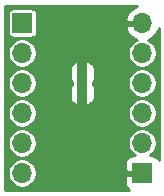
<source format=gbr>
G04 #@! TF.GenerationSoftware,KiCad,Pcbnew,(5.1.5-0-10_14)*
G04 #@! TF.CreationDate,2020-06-03T14:43:28-06:00*
G04 #@! TF.ProjectId,TPS62177DQ,54505336-3231-4373-9744-512e6b696361,rev?*
G04 #@! TF.SameCoordinates,Original*
G04 #@! TF.FileFunction,Copper,L2,Bot*
G04 #@! TF.FilePolarity,Positive*
%FSLAX46Y46*%
G04 Gerber Fmt 4.6, Leading zero omitted, Abs format (unit mm)*
G04 Created by KiCad (PCBNEW (5.1.5-0-10_14)) date 2020-06-03 14:43:28*
%MOMM*%
%LPD*%
G04 APERTURE LIST*
%ADD10O,1.700000X1.700000*%
%ADD11R,1.700000X1.700000*%
%ADD12R,0.840000X2.400000*%
%ADD13C,0.500000*%
%ADD14C,0.840000*%
%ADD15C,0.254000*%
G04 APERTURE END LIST*
D10*
X72237600Y-51816000D03*
X72237600Y-54356000D03*
X72237600Y-56896000D03*
X72237600Y-59436000D03*
X72237600Y-61976000D03*
D11*
X72237600Y-64516000D03*
D10*
X62077600Y-64516000D03*
X62077600Y-61976000D03*
X62077600Y-59436000D03*
X62077600Y-56896000D03*
X62077600Y-54356000D03*
D11*
X62077600Y-51816000D03*
D12*
X67157600Y-56896000D03*
D13*
X67157600Y-56896000D03*
X67157600Y-55946000D03*
X67157600Y-57846000D03*
D14*
X67157600Y-55946000D02*
X67157600Y-54635400D01*
X67157600Y-57846000D02*
X67157600Y-59309000D01*
D15*
G36*
X71606348Y-50471843D02*
G01*
X71356245Y-50620822D01*
X71140012Y-50815731D01*
X70965959Y-51049080D01*
X70840775Y-51311901D01*
X70796124Y-51459110D01*
X70917445Y-51689000D01*
X72110600Y-51689000D01*
X72110600Y-51669000D01*
X72364600Y-51669000D01*
X72364600Y-51689000D01*
X72384600Y-51689000D01*
X72384600Y-51943000D01*
X72364600Y-51943000D01*
X72364600Y-51963000D01*
X72110600Y-51963000D01*
X72110600Y-51943000D01*
X70917445Y-51943000D01*
X70796124Y-52172890D01*
X70840775Y-52320099D01*
X70965959Y-52582920D01*
X71140012Y-52816269D01*
X71356245Y-53011178D01*
X71606348Y-53160157D01*
X71768768Y-53217772D01*
X71654503Y-53265102D01*
X71452883Y-53399820D01*
X71281420Y-53571283D01*
X71146702Y-53772903D01*
X71053907Y-53996931D01*
X71006600Y-54234757D01*
X71006600Y-54477243D01*
X71053907Y-54715069D01*
X71146702Y-54939097D01*
X71281420Y-55140717D01*
X71452883Y-55312180D01*
X71654503Y-55446898D01*
X71878531Y-55539693D01*
X72116357Y-55587000D01*
X72358843Y-55587000D01*
X72596669Y-55539693D01*
X72820697Y-55446898D01*
X73022317Y-55312180D01*
X73193780Y-55140717D01*
X73328498Y-54939097D01*
X73421293Y-54715069D01*
X73468600Y-54477243D01*
X73468600Y-54234757D01*
X73421293Y-53996931D01*
X73328498Y-53772903D01*
X73193780Y-53571283D01*
X73022317Y-53399820D01*
X72820697Y-53265102D01*
X72706432Y-53217772D01*
X72868852Y-53160157D01*
X73118955Y-53011178D01*
X73335188Y-52816269D01*
X73509241Y-52582920D01*
X73634425Y-52320099D01*
X73660401Y-52234460D01*
X73660400Y-63390573D01*
X73618137Y-63311506D01*
X73538785Y-63214815D01*
X73442094Y-63135463D01*
X73331780Y-63076498D01*
X73212082Y-63040188D01*
X73087600Y-63027928D01*
X72877306Y-63029073D01*
X73022317Y-62932180D01*
X73193780Y-62760717D01*
X73328498Y-62559097D01*
X73421293Y-62335069D01*
X73468600Y-62097243D01*
X73468600Y-61854757D01*
X73421293Y-61616931D01*
X73328498Y-61392903D01*
X73193780Y-61191283D01*
X73022317Y-61019820D01*
X72820697Y-60885102D01*
X72596669Y-60792307D01*
X72358843Y-60745000D01*
X72116357Y-60745000D01*
X71878531Y-60792307D01*
X71654503Y-60885102D01*
X71452883Y-61019820D01*
X71281420Y-61191283D01*
X71146702Y-61392903D01*
X71053907Y-61616931D01*
X71006600Y-61854757D01*
X71006600Y-62097243D01*
X71053907Y-62335069D01*
X71146702Y-62559097D01*
X71281420Y-62760717D01*
X71452883Y-62932180D01*
X71597894Y-63029073D01*
X71387600Y-63027928D01*
X71263118Y-63040188D01*
X71143420Y-63076498D01*
X71033106Y-63135463D01*
X70936415Y-63214815D01*
X70857063Y-63311506D01*
X70798098Y-63421820D01*
X70761788Y-63541518D01*
X70749528Y-63666000D01*
X70752600Y-64230250D01*
X70911350Y-64389000D01*
X72110600Y-64389000D01*
X72110600Y-64369000D01*
X72364600Y-64369000D01*
X72364600Y-64389000D01*
X72384600Y-64389000D01*
X72384600Y-64643000D01*
X72364600Y-64643000D01*
X72364600Y-64663000D01*
X72110600Y-64663000D01*
X72110600Y-64643000D01*
X70911350Y-64643000D01*
X70752600Y-64801750D01*
X70749528Y-65366000D01*
X70761788Y-65490482D01*
X70798098Y-65610180D01*
X70857063Y-65720494D01*
X70936415Y-65817185D01*
X71033106Y-65896537D01*
X71112173Y-65938800D01*
X60654800Y-65938800D01*
X60654800Y-64394757D01*
X60846600Y-64394757D01*
X60846600Y-64637243D01*
X60893907Y-64875069D01*
X60986702Y-65099097D01*
X61121420Y-65300717D01*
X61292883Y-65472180D01*
X61494503Y-65606898D01*
X61718531Y-65699693D01*
X61956357Y-65747000D01*
X62198843Y-65747000D01*
X62436669Y-65699693D01*
X62660697Y-65606898D01*
X62862317Y-65472180D01*
X63033780Y-65300717D01*
X63168498Y-65099097D01*
X63261293Y-64875069D01*
X63308600Y-64637243D01*
X63308600Y-64394757D01*
X63261293Y-64156931D01*
X63168498Y-63932903D01*
X63033780Y-63731283D01*
X62862317Y-63559820D01*
X62660697Y-63425102D01*
X62436669Y-63332307D01*
X62198843Y-63285000D01*
X61956357Y-63285000D01*
X61718531Y-63332307D01*
X61494503Y-63425102D01*
X61292883Y-63559820D01*
X61121420Y-63731283D01*
X60986702Y-63932903D01*
X60893907Y-64156931D01*
X60846600Y-64394757D01*
X60654800Y-64394757D01*
X60654800Y-61854757D01*
X60846600Y-61854757D01*
X60846600Y-62097243D01*
X60893907Y-62335069D01*
X60986702Y-62559097D01*
X61121420Y-62760717D01*
X61292883Y-62932180D01*
X61494503Y-63066898D01*
X61718531Y-63159693D01*
X61956357Y-63207000D01*
X62198843Y-63207000D01*
X62436669Y-63159693D01*
X62660697Y-63066898D01*
X62862317Y-62932180D01*
X63033780Y-62760717D01*
X63168498Y-62559097D01*
X63261293Y-62335069D01*
X63308600Y-62097243D01*
X63308600Y-61854757D01*
X63261293Y-61616931D01*
X63168498Y-61392903D01*
X63033780Y-61191283D01*
X62862317Y-61019820D01*
X62660697Y-60885102D01*
X62436669Y-60792307D01*
X62198843Y-60745000D01*
X61956357Y-60745000D01*
X61718531Y-60792307D01*
X61494503Y-60885102D01*
X61292883Y-61019820D01*
X61121420Y-61191283D01*
X60986702Y-61392903D01*
X60893907Y-61616931D01*
X60846600Y-61854757D01*
X60654800Y-61854757D01*
X60654800Y-59314757D01*
X60846600Y-59314757D01*
X60846600Y-59557243D01*
X60893907Y-59795069D01*
X60986702Y-60019097D01*
X61121420Y-60220717D01*
X61292883Y-60392180D01*
X61494503Y-60526898D01*
X61718531Y-60619693D01*
X61956357Y-60667000D01*
X62198843Y-60667000D01*
X62436669Y-60619693D01*
X62660697Y-60526898D01*
X62862317Y-60392180D01*
X63033780Y-60220717D01*
X63168498Y-60019097D01*
X63261293Y-59795069D01*
X63308600Y-59557243D01*
X63308600Y-59314757D01*
X71006600Y-59314757D01*
X71006600Y-59557243D01*
X71053907Y-59795069D01*
X71146702Y-60019097D01*
X71281420Y-60220717D01*
X71452883Y-60392180D01*
X71654503Y-60526898D01*
X71878531Y-60619693D01*
X72116357Y-60667000D01*
X72358843Y-60667000D01*
X72596669Y-60619693D01*
X72820697Y-60526898D01*
X73022317Y-60392180D01*
X73193780Y-60220717D01*
X73328498Y-60019097D01*
X73421293Y-59795069D01*
X73468600Y-59557243D01*
X73468600Y-59314757D01*
X73421293Y-59076931D01*
X73328498Y-58852903D01*
X73193780Y-58651283D01*
X73022317Y-58479820D01*
X72820697Y-58345102D01*
X72596669Y-58252307D01*
X72358843Y-58205000D01*
X72116357Y-58205000D01*
X71878531Y-58252307D01*
X71654503Y-58345102D01*
X71452883Y-58479820D01*
X71281420Y-58651283D01*
X71146702Y-58852903D01*
X71053907Y-59076931D01*
X71006600Y-59314757D01*
X63308600Y-59314757D01*
X63261293Y-59076931D01*
X63168498Y-58852903D01*
X63033780Y-58651283D01*
X62862317Y-58479820D01*
X62660697Y-58345102D01*
X62436669Y-58252307D01*
X62198843Y-58205000D01*
X61956357Y-58205000D01*
X61718531Y-58252307D01*
X61494503Y-58345102D01*
X61292883Y-58479820D01*
X61121420Y-58651283D01*
X60986702Y-58852903D01*
X60893907Y-59076931D01*
X60846600Y-59314757D01*
X60654800Y-59314757D01*
X60654800Y-56774757D01*
X60846600Y-56774757D01*
X60846600Y-57017243D01*
X60893907Y-57255069D01*
X60986702Y-57479097D01*
X61121420Y-57680717D01*
X61292883Y-57852180D01*
X61494503Y-57986898D01*
X61718531Y-58079693D01*
X61956357Y-58127000D01*
X62198843Y-58127000D01*
X62436669Y-58079693D01*
X62660697Y-57986898D01*
X62862317Y-57852180D01*
X63033780Y-57680717D01*
X63168498Y-57479097D01*
X63261293Y-57255069D01*
X63308600Y-57017243D01*
X63308600Y-56774757D01*
X63261293Y-56536931D01*
X63168498Y-56312903D01*
X63033780Y-56111283D01*
X62862317Y-55939820D01*
X62660697Y-55805102D01*
X62436669Y-55712307D01*
X62354689Y-55696000D01*
X66099528Y-55696000D01*
X66102600Y-56610250D01*
X66261350Y-56769000D01*
X66280586Y-56769000D01*
X66272487Y-56809998D01*
X66272716Y-56984328D01*
X66280461Y-57023000D01*
X66261350Y-57023000D01*
X66102600Y-57181750D01*
X66099528Y-58096000D01*
X66111788Y-58220482D01*
X66148098Y-58340180D01*
X66207063Y-58450494D01*
X66286415Y-58547185D01*
X66383106Y-58626537D01*
X66493420Y-58685502D01*
X66613118Y-58721812D01*
X66737600Y-58734072D01*
X66871850Y-58731000D01*
X66904706Y-58698144D01*
X67071598Y-58731113D01*
X67245928Y-58730884D01*
X67410311Y-58697961D01*
X67443350Y-58731000D01*
X67577600Y-58734072D01*
X67702082Y-58721812D01*
X67821780Y-58685502D01*
X67932094Y-58626537D01*
X68028785Y-58547185D01*
X68108137Y-58450494D01*
X68167102Y-58340180D01*
X68203412Y-58220482D01*
X68215672Y-58096000D01*
X68212600Y-57181750D01*
X68053850Y-57023000D01*
X68034614Y-57023000D01*
X68042713Y-56982002D01*
X68042484Y-56807672D01*
X68035892Y-56774757D01*
X71006600Y-56774757D01*
X71006600Y-57017243D01*
X71053907Y-57255069D01*
X71146702Y-57479097D01*
X71281420Y-57680717D01*
X71452883Y-57852180D01*
X71654503Y-57986898D01*
X71878531Y-58079693D01*
X72116357Y-58127000D01*
X72358843Y-58127000D01*
X72596669Y-58079693D01*
X72820697Y-57986898D01*
X73022317Y-57852180D01*
X73193780Y-57680717D01*
X73328498Y-57479097D01*
X73421293Y-57255069D01*
X73468600Y-57017243D01*
X73468600Y-56774757D01*
X73421293Y-56536931D01*
X73328498Y-56312903D01*
X73193780Y-56111283D01*
X73022317Y-55939820D01*
X72820697Y-55805102D01*
X72596669Y-55712307D01*
X72358843Y-55665000D01*
X72116357Y-55665000D01*
X71878531Y-55712307D01*
X71654503Y-55805102D01*
X71452883Y-55939820D01*
X71281420Y-56111283D01*
X71146702Y-56312903D01*
X71053907Y-56536931D01*
X71006600Y-56774757D01*
X68035892Y-56774757D01*
X68034739Y-56769000D01*
X68053850Y-56769000D01*
X68212600Y-56610250D01*
X68215672Y-55696000D01*
X68203412Y-55571518D01*
X68167102Y-55451820D01*
X68108137Y-55341506D01*
X68028785Y-55244815D01*
X67932094Y-55165463D01*
X67821780Y-55106498D01*
X67702082Y-55070188D01*
X67577600Y-55057928D01*
X67443350Y-55061000D01*
X67410494Y-55093856D01*
X67243602Y-55060887D01*
X67069272Y-55061116D01*
X66904889Y-55094039D01*
X66871850Y-55061000D01*
X66737600Y-55057928D01*
X66613118Y-55070188D01*
X66493420Y-55106498D01*
X66383106Y-55165463D01*
X66286415Y-55244815D01*
X66207063Y-55341506D01*
X66148098Y-55451820D01*
X66111788Y-55571518D01*
X66099528Y-55696000D01*
X62354689Y-55696000D01*
X62198843Y-55665000D01*
X61956357Y-55665000D01*
X61718531Y-55712307D01*
X61494503Y-55805102D01*
X61292883Y-55939820D01*
X61121420Y-56111283D01*
X60986702Y-56312903D01*
X60893907Y-56536931D01*
X60846600Y-56774757D01*
X60654800Y-56774757D01*
X60654800Y-54234757D01*
X60846600Y-54234757D01*
X60846600Y-54477243D01*
X60893907Y-54715069D01*
X60986702Y-54939097D01*
X61121420Y-55140717D01*
X61292883Y-55312180D01*
X61494503Y-55446898D01*
X61718531Y-55539693D01*
X61956357Y-55587000D01*
X62198843Y-55587000D01*
X62436669Y-55539693D01*
X62660697Y-55446898D01*
X62862317Y-55312180D01*
X63033780Y-55140717D01*
X63168498Y-54939097D01*
X63261293Y-54715069D01*
X63308600Y-54477243D01*
X63308600Y-54234757D01*
X63261293Y-53996931D01*
X63168498Y-53772903D01*
X63033780Y-53571283D01*
X62862317Y-53399820D01*
X62660697Y-53265102D01*
X62436669Y-53172307D01*
X62198843Y-53125000D01*
X61956357Y-53125000D01*
X61718531Y-53172307D01*
X61494503Y-53265102D01*
X61292883Y-53399820D01*
X61121420Y-53571283D01*
X60986702Y-53772903D01*
X60893907Y-53996931D01*
X60846600Y-54234757D01*
X60654800Y-54234757D01*
X60654800Y-50966000D01*
X60844757Y-50966000D01*
X60844757Y-52666000D01*
X60852113Y-52740689D01*
X60873899Y-52812508D01*
X60909278Y-52878696D01*
X60956889Y-52936711D01*
X61014904Y-52984322D01*
X61081092Y-53019701D01*
X61152911Y-53041487D01*
X61227600Y-53048843D01*
X62927600Y-53048843D01*
X63002289Y-53041487D01*
X63074108Y-53019701D01*
X63140296Y-52984322D01*
X63198311Y-52936711D01*
X63245922Y-52878696D01*
X63281301Y-52812508D01*
X63303087Y-52740689D01*
X63310443Y-52666000D01*
X63310443Y-50966000D01*
X63303087Y-50891311D01*
X63281301Y-50819492D01*
X63245922Y-50753304D01*
X63198311Y-50695289D01*
X63140296Y-50647678D01*
X63074108Y-50612299D01*
X63002289Y-50590513D01*
X62927600Y-50583157D01*
X61227600Y-50583157D01*
X61152911Y-50590513D01*
X61081092Y-50612299D01*
X61014904Y-50647678D01*
X60956889Y-50695289D01*
X60909278Y-50753304D01*
X60873899Y-50819492D01*
X60852113Y-50891311D01*
X60844757Y-50966000D01*
X60654800Y-50966000D01*
X60654800Y-50393200D01*
X71828046Y-50393200D01*
X71606348Y-50471843D01*
G37*
X71606348Y-50471843D02*
X71356245Y-50620822D01*
X71140012Y-50815731D01*
X70965959Y-51049080D01*
X70840775Y-51311901D01*
X70796124Y-51459110D01*
X70917445Y-51689000D01*
X72110600Y-51689000D01*
X72110600Y-51669000D01*
X72364600Y-51669000D01*
X72364600Y-51689000D01*
X72384600Y-51689000D01*
X72384600Y-51943000D01*
X72364600Y-51943000D01*
X72364600Y-51963000D01*
X72110600Y-51963000D01*
X72110600Y-51943000D01*
X70917445Y-51943000D01*
X70796124Y-52172890D01*
X70840775Y-52320099D01*
X70965959Y-52582920D01*
X71140012Y-52816269D01*
X71356245Y-53011178D01*
X71606348Y-53160157D01*
X71768768Y-53217772D01*
X71654503Y-53265102D01*
X71452883Y-53399820D01*
X71281420Y-53571283D01*
X71146702Y-53772903D01*
X71053907Y-53996931D01*
X71006600Y-54234757D01*
X71006600Y-54477243D01*
X71053907Y-54715069D01*
X71146702Y-54939097D01*
X71281420Y-55140717D01*
X71452883Y-55312180D01*
X71654503Y-55446898D01*
X71878531Y-55539693D01*
X72116357Y-55587000D01*
X72358843Y-55587000D01*
X72596669Y-55539693D01*
X72820697Y-55446898D01*
X73022317Y-55312180D01*
X73193780Y-55140717D01*
X73328498Y-54939097D01*
X73421293Y-54715069D01*
X73468600Y-54477243D01*
X73468600Y-54234757D01*
X73421293Y-53996931D01*
X73328498Y-53772903D01*
X73193780Y-53571283D01*
X73022317Y-53399820D01*
X72820697Y-53265102D01*
X72706432Y-53217772D01*
X72868852Y-53160157D01*
X73118955Y-53011178D01*
X73335188Y-52816269D01*
X73509241Y-52582920D01*
X73634425Y-52320099D01*
X73660401Y-52234460D01*
X73660400Y-63390573D01*
X73618137Y-63311506D01*
X73538785Y-63214815D01*
X73442094Y-63135463D01*
X73331780Y-63076498D01*
X73212082Y-63040188D01*
X73087600Y-63027928D01*
X72877306Y-63029073D01*
X73022317Y-62932180D01*
X73193780Y-62760717D01*
X73328498Y-62559097D01*
X73421293Y-62335069D01*
X73468600Y-62097243D01*
X73468600Y-61854757D01*
X73421293Y-61616931D01*
X73328498Y-61392903D01*
X73193780Y-61191283D01*
X73022317Y-61019820D01*
X72820697Y-60885102D01*
X72596669Y-60792307D01*
X72358843Y-60745000D01*
X72116357Y-60745000D01*
X71878531Y-60792307D01*
X71654503Y-60885102D01*
X71452883Y-61019820D01*
X71281420Y-61191283D01*
X71146702Y-61392903D01*
X71053907Y-61616931D01*
X71006600Y-61854757D01*
X71006600Y-62097243D01*
X71053907Y-62335069D01*
X71146702Y-62559097D01*
X71281420Y-62760717D01*
X71452883Y-62932180D01*
X71597894Y-63029073D01*
X71387600Y-63027928D01*
X71263118Y-63040188D01*
X71143420Y-63076498D01*
X71033106Y-63135463D01*
X70936415Y-63214815D01*
X70857063Y-63311506D01*
X70798098Y-63421820D01*
X70761788Y-63541518D01*
X70749528Y-63666000D01*
X70752600Y-64230250D01*
X70911350Y-64389000D01*
X72110600Y-64389000D01*
X72110600Y-64369000D01*
X72364600Y-64369000D01*
X72364600Y-64389000D01*
X72384600Y-64389000D01*
X72384600Y-64643000D01*
X72364600Y-64643000D01*
X72364600Y-64663000D01*
X72110600Y-64663000D01*
X72110600Y-64643000D01*
X70911350Y-64643000D01*
X70752600Y-64801750D01*
X70749528Y-65366000D01*
X70761788Y-65490482D01*
X70798098Y-65610180D01*
X70857063Y-65720494D01*
X70936415Y-65817185D01*
X71033106Y-65896537D01*
X71112173Y-65938800D01*
X60654800Y-65938800D01*
X60654800Y-64394757D01*
X60846600Y-64394757D01*
X60846600Y-64637243D01*
X60893907Y-64875069D01*
X60986702Y-65099097D01*
X61121420Y-65300717D01*
X61292883Y-65472180D01*
X61494503Y-65606898D01*
X61718531Y-65699693D01*
X61956357Y-65747000D01*
X62198843Y-65747000D01*
X62436669Y-65699693D01*
X62660697Y-65606898D01*
X62862317Y-65472180D01*
X63033780Y-65300717D01*
X63168498Y-65099097D01*
X63261293Y-64875069D01*
X63308600Y-64637243D01*
X63308600Y-64394757D01*
X63261293Y-64156931D01*
X63168498Y-63932903D01*
X63033780Y-63731283D01*
X62862317Y-63559820D01*
X62660697Y-63425102D01*
X62436669Y-63332307D01*
X62198843Y-63285000D01*
X61956357Y-63285000D01*
X61718531Y-63332307D01*
X61494503Y-63425102D01*
X61292883Y-63559820D01*
X61121420Y-63731283D01*
X60986702Y-63932903D01*
X60893907Y-64156931D01*
X60846600Y-64394757D01*
X60654800Y-64394757D01*
X60654800Y-61854757D01*
X60846600Y-61854757D01*
X60846600Y-62097243D01*
X60893907Y-62335069D01*
X60986702Y-62559097D01*
X61121420Y-62760717D01*
X61292883Y-62932180D01*
X61494503Y-63066898D01*
X61718531Y-63159693D01*
X61956357Y-63207000D01*
X62198843Y-63207000D01*
X62436669Y-63159693D01*
X62660697Y-63066898D01*
X62862317Y-62932180D01*
X63033780Y-62760717D01*
X63168498Y-62559097D01*
X63261293Y-62335069D01*
X63308600Y-62097243D01*
X63308600Y-61854757D01*
X63261293Y-61616931D01*
X63168498Y-61392903D01*
X63033780Y-61191283D01*
X62862317Y-61019820D01*
X62660697Y-60885102D01*
X62436669Y-60792307D01*
X62198843Y-60745000D01*
X61956357Y-60745000D01*
X61718531Y-60792307D01*
X61494503Y-60885102D01*
X61292883Y-61019820D01*
X61121420Y-61191283D01*
X60986702Y-61392903D01*
X60893907Y-61616931D01*
X60846600Y-61854757D01*
X60654800Y-61854757D01*
X60654800Y-59314757D01*
X60846600Y-59314757D01*
X60846600Y-59557243D01*
X60893907Y-59795069D01*
X60986702Y-60019097D01*
X61121420Y-60220717D01*
X61292883Y-60392180D01*
X61494503Y-60526898D01*
X61718531Y-60619693D01*
X61956357Y-60667000D01*
X62198843Y-60667000D01*
X62436669Y-60619693D01*
X62660697Y-60526898D01*
X62862317Y-60392180D01*
X63033780Y-60220717D01*
X63168498Y-60019097D01*
X63261293Y-59795069D01*
X63308600Y-59557243D01*
X63308600Y-59314757D01*
X71006600Y-59314757D01*
X71006600Y-59557243D01*
X71053907Y-59795069D01*
X71146702Y-60019097D01*
X71281420Y-60220717D01*
X71452883Y-60392180D01*
X71654503Y-60526898D01*
X71878531Y-60619693D01*
X72116357Y-60667000D01*
X72358843Y-60667000D01*
X72596669Y-60619693D01*
X72820697Y-60526898D01*
X73022317Y-60392180D01*
X73193780Y-60220717D01*
X73328498Y-60019097D01*
X73421293Y-59795069D01*
X73468600Y-59557243D01*
X73468600Y-59314757D01*
X73421293Y-59076931D01*
X73328498Y-58852903D01*
X73193780Y-58651283D01*
X73022317Y-58479820D01*
X72820697Y-58345102D01*
X72596669Y-58252307D01*
X72358843Y-58205000D01*
X72116357Y-58205000D01*
X71878531Y-58252307D01*
X71654503Y-58345102D01*
X71452883Y-58479820D01*
X71281420Y-58651283D01*
X71146702Y-58852903D01*
X71053907Y-59076931D01*
X71006600Y-59314757D01*
X63308600Y-59314757D01*
X63261293Y-59076931D01*
X63168498Y-58852903D01*
X63033780Y-58651283D01*
X62862317Y-58479820D01*
X62660697Y-58345102D01*
X62436669Y-58252307D01*
X62198843Y-58205000D01*
X61956357Y-58205000D01*
X61718531Y-58252307D01*
X61494503Y-58345102D01*
X61292883Y-58479820D01*
X61121420Y-58651283D01*
X60986702Y-58852903D01*
X60893907Y-59076931D01*
X60846600Y-59314757D01*
X60654800Y-59314757D01*
X60654800Y-56774757D01*
X60846600Y-56774757D01*
X60846600Y-57017243D01*
X60893907Y-57255069D01*
X60986702Y-57479097D01*
X61121420Y-57680717D01*
X61292883Y-57852180D01*
X61494503Y-57986898D01*
X61718531Y-58079693D01*
X61956357Y-58127000D01*
X62198843Y-58127000D01*
X62436669Y-58079693D01*
X62660697Y-57986898D01*
X62862317Y-57852180D01*
X63033780Y-57680717D01*
X63168498Y-57479097D01*
X63261293Y-57255069D01*
X63308600Y-57017243D01*
X63308600Y-56774757D01*
X63261293Y-56536931D01*
X63168498Y-56312903D01*
X63033780Y-56111283D01*
X62862317Y-55939820D01*
X62660697Y-55805102D01*
X62436669Y-55712307D01*
X62354689Y-55696000D01*
X66099528Y-55696000D01*
X66102600Y-56610250D01*
X66261350Y-56769000D01*
X66280586Y-56769000D01*
X66272487Y-56809998D01*
X66272716Y-56984328D01*
X66280461Y-57023000D01*
X66261350Y-57023000D01*
X66102600Y-57181750D01*
X66099528Y-58096000D01*
X66111788Y-58220482D01*
X66148098Y-58340180D01*
X66207063Y-58450494D01*
X66286415Y-58547185D01*
X66383106Y-58626537D01*
X66493420Y-58685502D01*
X66613118Y-58721812D01*
X66737600Y-58734072D01*
X66871850Y-58731000D01*
X66904706Y-58698144D01*
X67071598Y-58731113D01*
X67245928Y-58730884D01*
X67410311Y-58697961D01*
X67443350Y-58731000D01*
X67577600Y-58734072D01*
X67702082Y-58721812D01*
X67821780Y-58685502D01*
X67932094Y-58626537D01*
X68028785Y-58547185D01*
X68108137Y-58450494D01*
X68167102Y-58340180D01*
X68203412Y-58220482D01*
X68215672Y-58096000D01*
X68212600Y-57181750D01*
X68053850Y-57023000D01*
X68034614Y-57023000D01*
X68042713Y-56982002D01*
X68042484Y-56807672D01*
X68035892Y-56774757D01*
X71006600Y-56774757D01*
X71006600Y-57017243D01*
X71053907Y-57255069D01*
X71146702Y-57479097D01*
X71281420Y-57680717D01*
X71452883Y-57852180D01*
X71654503Y-57986898D01*
X71878531Y-58079693D01*
X72116357Y-58127000D01*
X72358843Y-58127000D01*
X72596669Y-58079693D01*
X72820697Y-57986898D01*
X73022317Y-57852180D01*
X73193780Y-57680717D01*
X73328498Y-57479097D01*
X73421293Y-57255069D01*
X73468600Y-57017243D01*
X73468600Y-56774757D01*
X73421293Y-56536931D01*
X73328498Y-56312903D01*
X73193780Y-56111283D01*
X73022317Y-55939820D01*
X72820697Y-55805102D01*
X72596669Y-55712307D01*
X72358843Y-55665000D01*
X72116357Y-55665000D01*
X71878531Y-55712307D01*
X71654503Y-55805102D01*
X71452883Y-55939820D01*
X71281420Y-56111283D01*
X71146702Y-56312903D01*
X71053907Y-56536931D01*
X71006600Y-56774757D01*
X68035892Y-56774757D01*
X68034739Y-56769000D01*
X68053850Y-56769000D01*
X68212600Y-56610250D01*
X68215672Y-55696000D01*
X68203412Y-55571518D01*
X68167102Y-55451820D01*
X68108137Y-55341506D01*
X68028785Y-55244815D01*
X67932094Y-55165463D01*
X67821780Y-55106498D01*
X67702082Y-55070188D01*
X67577600Y-55057928D01*
X67443350Y-55061000D01*
X67410494Y-55093856D01*
X67243602Y-55060887D01*
X67069272Y-55061116D01*
X66904889Y-55094039D01*
X66871850Y-55061000D01*
X66737600Y-55057928D01*
X66613118Y-55070188D01*
X66493420Y-55106498D01*
X66383106Y-55165463D01*
X66286415Y-55244815D01*
X66207063Y-55341506D01*
X66148098Y-55451820D01*
X66111788Y-55571518D01*
X66099528Y-55696000D01*
X62354689Y-55696000D01*
X62198843Y-55665000D01*
X61956357Y-55665000D01*
X61718531Y-55712307D01*
X61494503Y-55805102D01*
X61292883Y-55939820D01*
X61121420Y-56111283D01*
X60986702Y-56312903D01*
X60893907Y-56536931D01*
X60846600Y-56774757D01*
X60654800Y-56774757D01*
X60654800Y-54234757D01*
X60846600Y-54234757D01*
X60846600Y-54477243D01*
X60893907Y-54715069D01*
X60986702Y-54939097D01*
X61121420Y-55140717D01*
X61292883Y-55312180D01*
X61494503Y-55446898D01*
X61718531Y-55539693D01*
X61956357Y-55587000D01*
X62198843Y-55587000D01*
X62436669Y-55539693D01*
X62660697Y-55446898D01*
X62862317Y-55312180D01*
X63033780Y-55140717D01*
X63168498Y-54939097D01*
X63261293Y-54715069D01*
X63308600Y-54477243D01*
X63308600Y-54234757D01*
X63261293Y-53996931D01*
X63168498Y-53772903D01*
X63033780Y-53571283D01*
X62862317Y-53399820D01*
X62660697Y-53265102D01*
X62436669Y-53172307D01*
X62198843Y-53125000D01*
X61956357Y-53125000D01*
X61718531Y-53172307D01*
X61494503Y-53265102D01*
X61292883Y-53399820D01*
X61121420Y-53571283D01*
X60986702Y-53772903D01*
X60893907Y-53996931D01*
X60846600Y-54234757D01*
X60654800Y-54234757D01*
X60654800Y-50966000D01*
X60844757Y-50966000D01*
X60844757Y-52666000D01*
X60852113Y-52740689D01*
X60873899Y-52812508D01*
X60909278Y-52878696D01*
X60956889Y-52936711D01*
X61014904Y-52984322D01*
X61081092Y-53019701D01*
X61152911Y-53041487D01*
X61227600Y-53048843D01*
X62927600Y-53048843D01*
X63002289Y-53041487D01*
X63074108Y-53019701D01*
X63140296Y-52984322D01*
X63198311Y-52936711D01*
X63245922Y-52878696D01*
X63281301Y-52812508D01*
X63303087Y-52740689D01*
X63310443Y-52666000D01*
X63310443Y-50966000D01*
X63303087Y-50891311D01*
X63281301Y-50819492D01*
X63245922Y-50753304D01*
X63198311Y-50695289D01*
X63140296Y-50647678D01*
X63074108Y-50612299D01*
X63002289Y-50590513D01*
X62927600Y-50583157D01*
X61227600Y-50583157D01*
X61152911Y-50590513D01*
X61081092Y-50612299D01*
X61014904Y-50647678D01*
X60956889Y-50695289D01*
X60909278Y-50753304D01*
X60873899Y-50819492D01*
X60852113Y-50891311D01*
X60844757Y-50966000D01*
X60654800Y-50966000D01*
X60654800Y-50393200D01*
X71828046Y-50393200D01*
X71606348Y-50471843D01*
G36*
X67071598Y-57781113D02*
G01*
X67245928Y-57780884D01*
X67284600Y-57773139D01*
X67284600Y-57926890D01*
X67174571Y-58036919D01*
X67157600Y-58019948D01*
X67140629Y-58036919D01*
X67030600Y-57926890D01*
X67030600Y-57773014D01*
X67071598Y-57781113D01*
G37*
X67071598Y-57781113D02*
X67245928Y-57780884D01*
X67284600Y-57773139D01*
X67284600Y-57926890D01*
X67174571Y-58036919D01*
X67157600Y-58019948D01*
X67140629Y-58036919D01*
X67030600Y-57926890D01*
X67030600Y-57773014D01*
X67071598Y-57781113D01*
G36*
X67071598Y-56831113D02*
G01*
X67245928Y-56830884D01*
X67291289Y-56821799D01*
X67348519Y-56879029D01*
X67331548Y-56896000D01*
X67348519Y-56912971D01*
X67291200Y-56970290D01*
X67243602Y-56960887D01*
X67069272Y-56961116D01*
X67023911Y-56970201D01*
X66966681Y-56912971D01*
X66983652Y-56896000D01*
X66966681Y-56879029D01*
X67024000Y-56821710D01*
X67071598Y-56831113D01*
G37*
X67071598Y-56831113D02*
X67245928Y-56830884D01*
X67291289Y-56821799D01*
X67348519Y-56879029D01*
X67331548Y-56896000D01*
X67348519Y-56912971D01*
X67291200Y-56970290D01*
X67243602Y-56960887D01*
X67069272Y-56961116D01*
X67023911Y-56970201D01*
X66966681Y-56912971D01*
X66983652Y-56896000D01*
X66966681Y-56879029D01*
X67024000Y-56821710D01*
X67071598Y-56831113D01*
G36*
X67284600Y-55865110D02*
G01*
X67284600Y-56018986D01*
X67243602Y-56010887D01*
X67069272Y-56011116D01*
X67030600Y-56018861D01*
X67030600Y-55865110D01*
X67140629Y-55755081D01*
X67157600Y-55772052D01*
X67174571Y-55755081D01*
X67284600Y-55865110D01*
G37*
X67284600Y-55865110D02*
X67284600Y-56018986D01*
X67243602Y-56010887D01*
X67069272Y-56011116D01*
X67030600Y-56018861D01*
X67030600Y-55865110D01*
X67140629Y-55755081D01*
X67157600Y-55772052D01*
X67174571Y-55755081D01*
X67284600Y-55865110D01*
M02*

</source>
